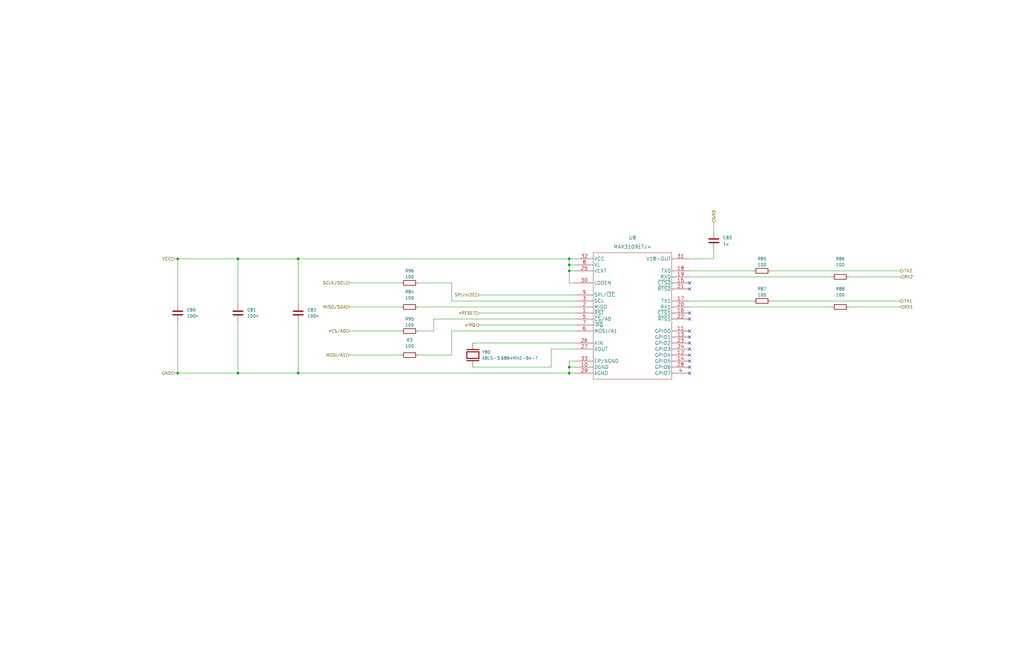
<source format=kicad_sch>
(kicad_sch (version 20230121) (generator eeschema)
  (paper "USLedger")
  (title_block (title "PCO2 Sensor Board") (rev "201") (company "Engineering") (comment 2 "Matt Casari") (comment 4 "DRAFT"))
  (lib_symbols
    (symbol "Device:C" (pin_numbers hide) (pin_names (offset 0.254))
      (property "Reference" "C" (at 0.635 2.54 0))
      (property "Value" "C" (at 0.635 -2.54 0))
      (symbol "C_0_1"
        (polyline (pts (xy -2.032 -0.762) (xy 2.032 -0.762)) (stroke (width 0.508)))
        (polyline (pts (xy -2.032 0.762) (xy 2.032 0.762)) (stroke (width 0.508)))
      )
      (symbol "C_1_1"
        (pin passive line (at 0 3.81 270) (length 2.794) (name "~") (number "1"))
        (pin passive line (at 0 -3.81 90) (length 2.794) (name "~") (number "2"))
      )
    )
    (symbol "Device:R" (pin_numbers hide) (pin_names (offset 0))
      (property "Reference" "R" (at 2.032 0 90))
      (property "Value" "R" (at 0 0 90))
      (symbol "R_0_1"
        (rectangle (start -1.016 -2.54) (end 1.016 2.54) (stroke (width 0.254)))
      )
      (symbol "R_1_1"
        (pin passive line (at 0 3.81 270) (length 1.27) (name "~") (number "1"))
        (pin passive line (at 0 -3.81 90) (length 1.27) (name "~") (number "2"))
      )
    )
    (symbol "pco2-sensor-board:ABLS-3.6864MHZ-B4-T" (pin_numbers hide) (pin_names (offset 1.016) hide)
      (property "Reference" "Y" (at -5.08 3.81 0))
      (property "Value" "ABLS-3.6864MHZ-B4-T" (at -5.1054 -5.1054 0))
      (symbol "ABLS-3.6864MHZ-B4-T_0_0"
        (polyline (pts (xy -2.3368 2.54) (xy -2.3368 -2.54)) (stroke (width 0.4064)))
        (polyline (pts (xy -1.397 2.54) (xy -1.397 -2.54)) (stroke (width 0.4064)))
        (polyline (pts (xy -1.397 2.54) (xy 1.397 2.54)) (stroke (width 0.4064)))
        (polyline (pts (xy 1.397 -2.54) (xy -1.397 -2.54)) (stroke (width 0.4064)))
        (polyline (pts (xy 1.397 2.54) (xy 1.397 -2.54)) (stroke (width 0.4064)))
        (polyline (pts (xy 2.3368 2.54) (xy 2.3368 -2.54)) (stroke (width 0.4064)))
        (pin passive line (at -5.08 0 0) (length 2.54) (name "~") (number "1"))
        (pin passive line (at 5.08 0 180) (length 2.54) (name "~") (number "2"))
      )
    )
    (symbol "pco2-sensor-board:MAX3109ETJ+" (pin_names (offset 0.254))
      (property "Reference" "U" (at 0 30.48 0))
      (property "Value" "MAX3109ETJ+" (at 0 27.94 0))
      (symbol "MAX3109ETJ+_1_1"
        (polyline (pts (xy -17.78 -27.94) (xy 15.24 -27.94)) (stroke (width 0.127)))
        (polyline (pts (xy -17.78 25.4) (xy -17.78 -27.94)) (stroke (width 0.127)))
        (polyline (pts (xy 15.24 -27.94) (xy 15.24 25.4)) (stroke (width 0.127)))
        (polyline (pts (xy 15.24 25.4) (xy -17.78 25.4)) (stroke (width 0.127)))
        (pin input line (at -25.4 0 0) (length 7.62) (name "~{RST}") (number "1"))
        (pin power_in line (at -25.4 -22.86 0) (length 7.62) (name "DGND") (number "10"))
        (pin bidirectional line (at 22.86 -7.62 180) (length 7.62) (name "GPIO0") (number "11"))
        (pin bidirectional line (at 22.86 -17.78 180) (length 7.62) (name "GPIO4") (number "12"))
        (pin bidirectional line (at 22.86 -10.16 180) (length 7.62) (name "GPIO1") (number "13"))
        (pin bidirectional line (at 22.86 -20.32 180) (length 7.62) (name "GPIO5") (number "14"))
        (pin input line (at 22.86 12.7 180) (length 7.62) (name "~{CTS0}") (number "15"))
        (pin input line (at 22.86 0 180) (length 7.62) (name "~{CTS1}") (number "16"))
        (pin output line (at 22.86 5.08 180) (length 7.62) (name "TX1") (number "17"))
        (pin output line (at 22.86 17.78 180) (length 7.62) (name "TX0") (number "18"))
        (pin input line (at 22.86 15.24 180) (length 7.62) (name "RX0") (number "19"))
        (pin output line (at -25.4 2.54 0) (length 7.62) (name "MISO") (number "2"))
        (pin input line (at 22.86 2.54 180) (length 7.62) (name "RX1") (number "20"))
        (pin output line (at 22.86 10.16 180) (length 7.62) (name "~{RTS0}") (number "21"))
        (pin output line (at 22.86 -2.54 180) (length 7.62) (name "~{RTS1}") (number "22"))
        (pin bidirectional line (at 22.86 -12.7 180) (length 7.62) (name "GPIO2") (number "23"))
        (pin bidirectional line (at 22.86 -15.24 180) (length 7.62) (name "GPIO3") (number "24"))
        (pin power_in line (at -25.4 17.78 0) (length 7.62) (name "VEXT") (number "25"))
        (pin input line (at -25.4 -12.7 0) (length 7.62) (name "XIN") (number "26"))
        (pin output line (at -25.4 -15.24 0) (length 7.62) (name "XOUT") (number "27"))
        (pin bidirectional line (at 22.86 -22.86 180) (length 7.62) (name "GPIO6") (number "28"))
        (pin power_in line (at -25.4 -25.4 0) (length 7.62) (name "AGND") (number "29"))
        (pin input line (at -25.4 5.08 0) (length 7.62) (name "SCLK") (number "3") (alternate "SCL" input line))
        (pin input line (at -25.4 12.7 0) (length 7.62) (name "LDOEN") (number "30"))
        (pin power_in line (at 22.86 22.86 180) (length 7.62) (name "V18") (number "31") (alternate "V18-OUT" power_out line))
        (pin power_in line (at -25.4 22.86 0) (length 7.62) (name "VCC") (number "32"))
        (pin power_in line (at -25.4 -20.32 0) (length 7.62) (name "EP/AGND") (number "33"))
        (pin bidirectional line (at 22.86 -25.4 180) (length 7.62) (name "GPIO7") (number "4"))
        (pin input line (at -25.4 -2.54 0) (length 7.62) (name "~{CS}/A0") (number "5"))
        (pin input line (at -25.4 -7.62 0) (length 7.62) (name "MOSI/A1") (number "6"))
        (pin open_collector line (at -25.4 -5.08 0) (length 7.62) (name "~{IRQ}") (number "7"))
        (pin power_in line (at -25.4 20.32 0) (length 7.62) (name "VL") (number "8"))
        (pin input line (at -25.4 7.62 0) (length 7.62) (name "SPI/~{I2C}") (number "9"))
      )
    )
  )
  (junction (at 240.03 114.3))
  (junction (at 240.03 157.48))
  (junction (at 100.33 109.22))
  (junction (at 74.93 109.22))
  (junction (at 240.03 154.94))
  (junction (at 125.73 109.22))
  (junction (at 74.93 157.48))
  (junction (at 240.03 109.22))
  (junction (at 125.73 157.48))
  (junction (at 100.33 157.48))
  (junction (at 240.03 111.76))
  (no_connect (at 290.83 134.62))
  (no_connect (at 290.83 152.4))
  (no_connect (at 290.83 149.86))
  (no_connect (at 290.83 132.08))
  (no_connect (at 290.83 147.32))
  (no_connect (at 290.83 119.38))
  (no_connect (at 290.83 139.7))
  (no_connect (at 290.83 154.94))
  (no_connect (at 290.83 157.48))
  (no_connect (at 290.83 121.92))
  (no_connect (at 290.83 142.24))
  (no_connect (at 290.83 144.78))
  (wire (pts (xy 182.88 134.62) (xy 242.57 134.62)))
  (wire (pts (xy 325.12 114.3) (xy 379.73 114.3)))
  (wire (pts (xy 240.03 111.76) (xy 242.57 111.76)))
  (wire (pts (xy 290.83 114.3) (xy 317.5 114.3)))
  (wire (pts (xy 290.83 127) (xy 317.5 127)))
  (wire (pts (xy 100.33 157.48) (xy 125.73 157.48)))
  (wire (pts (xy 74.93 128.27) (xy 74.93 109.22)))
  (wire (pts (xy 176.53 139.7) (xy 182.88 139.7)))
  (wire (pts (xy 147.32 119.38) (xy 168.91 119.38)))
  (wire (pts (xy 300.99 93.98) (xy 300.99 97.79)))
  (wire (pts (xy 240.03 109.22) (xy 242.57 109.22)))
  (wire (pts (xy 190.5 139.7) (xy 242.57 139.7)))
  (wire (pts (xy 240.03 152.4) (xy 240.03 154.94)))
  (wire (pts (xy 190.5 127) (xy 242.57 127)))
  (wire (pts (xy 100.33 135.89) (xy 100.33 157.48)))
  (wire (pts (xy 201.93 137.16) (xy 242.57 137.16)))
  (wire (pts (xy 176.53 149.86) (xy 190.5 149.86)))
  (wire (pts (xy 176.53 119.38) (xy 190.5 119.38)))
  (wire (pts (xy 290.83 129.54) (xy 350.52 129.54)))
  (wire (pts (xy 147.32 129.54) (xy 168.91 129.54)))
  (wire (pts (xy 232.41 147.32) (xy 242.57 147.32)))
  (wire (pts (xy 201.93 132.08) (xy 242.57 132.08)))
  (wire (pts (xy 74.93 109.22) (xy 100.33 109.22)))
  (wire (pts (xy 242.57 152.4) (xy 240.03 152.4)))
  (wire (pts (xy 190.5 119.38) (xy 190.5 127)))
  (wire (pts (xy 242.57 154.94) (xy 240.03 154.94)))
  (wire (pts (xy 73.66 109.22) (xy 74.93 109.22)))
  (wire (pts (xy 358.14 116.84) (xy 379.73 116.84)))
  (wire (pts (xy 100.33 109.22) (xy 125.73 109.22)))
  (wire (pts (xy 147.32 149.86) (xy 168.91 149.86)))
  (wire (pts (xy 240.03 157.48) (xy 242.57 157.48)))
  (wire (pts (xy 199.39 144.78) (xy 242.57 144.78)))
  (wire (pts (xy 358.14 129.54) (xy 379.73 129.54)))
  (wire (pts (xy 74.93 157.48) (xy 100.33 157.48)))
  (wire (pts (xy 125.73 135.89) (xy 125.73 157.48)))
  (wire (pts (xy 290.83 116.84) (xy 350.52 116.84)))
  (wire (pts (xy 125.73 109.22) (xy 240.03 109.22)))
  (wire (pts (xy 240.03 119.38) (xy 240.03 114.3)))
  (wire (pts (xy 199.39 154.94) (xy 232.41 154.94)))
  (wire (pts (xy 74.93 135.89) (xy 74.93 157.48)))
  (wire (pts (xy 73.66 157.48) (xy 74.93 157.48)))
  (wire (pts (xy 176.53 129.54) (xy 242.57 129.54)))
  (wire (pts (xy 147.32 139.7) (xy 168.91 139.7)))
  (wire (pts (xy 125.73 109.22) (xy 125.73 128.27)))
  (wire (pts (xy 240.03 109.22) (xy 240.03 111.76)))
  (wire (pts (xy 240.03 111.76) (xy 240.03 114.3)))
  (wire (pts (xy 240.03 154.94) (xy 240.03 157.48)))
  (wire (pts (xy 300.99 109.22) (xy 300.99 105.41)))
  (wire (pts (xy 325.12 127) (xy 379.73 127)))
  (wire (pts (xy 190.5 149.86) (xy 190.5 139.7)))
  (wire (pts (xy 201.93 124.46) (xy 242.57 124.46)))
  (wire (pts (xy 240.03 114.3) (xy 242.57 114.3)))
  (wire (pts (xy 232.41 154.94) (xy 232.41 147.32)))
  (wire (pts (xy 125.73 157.48) (xy 240.03 157.48)))
  (wire (pts (xy 290.83 109.22) (xy 300.99 109.22)))
  (wire (pts (xy 100.33 109.22) (xy 100.33 128.27)))
  (wire (pts (xy 182.88 139.7) (xy 182.88 134.62)))
  (wire (pts (xy 242.57 119.38) (xy 240.03 119.38)))
  (hierarchical_label "VCC" (shape input) (at 73.66 109.22 180))
  (hierarchical_label "nCS{slash}A0" (shape input) (at 147.32 139.7 180))
  (hierarchical_label "GND" (shape input) (at 73.66 157.48 180))
  (hierarchical_label "nRESET" (shape input) (at 201.93 132.08 180))
  (hierarchical_label "TX2" (shape output) (at 379.73 114.3 0))
  (hierarchical_label "TX1" (shape output) (at 379.73 127 0))
  (hierarchical_label "MISO{slash}SDA" (shape input) (at 147.32 129.54 180))
  (hierarchical_label "GND" (shape input) (at 300.99 93.98 90))
  (hierarchical_label "nIRQ" (shape output) (at 201.93 137.16 180))
  (hierarchical_label "SPI{slash}nI2C" (shape input) (at 201.93 124.46 180))
  (hierarchical_label "MOSI{slash}A1" (shape input) (at 147.32 149.86 180))
  (hierarchical_label "RX2" (shape input) (at 379.73 116.84 0))
  (hierarchical_label "RX1" (shape input) (at 379.73 129.54 0))
  (hierarchical_label "SCLK{slash}SCL" (shape input) (at 147.32 119.38 180))
  (symbol (lib_id "Device:C") (at 300.99 101.6 0) (unit 1)
    (property "Reference" "C83" (at 304.8 100.3299 0) (effects (justify left)))
    (property "Value" "1u" (at 304.8 102.8699 0) (effects (justify left)))
    (property "Footprint" "Capacitor_SMD:C_0805_2012Metric" (effects hide))
    (property "MPN" "C0805C105J3RACTU" (effects hide))
  )
  (symbol (lib_id "pco2-sensor-board:ABLS-3.6864MHZ-B4-T") (at 199.39 149.86 270) (unit 1)
    (property "Reference" "Y80" (at 203.2 148.5899 90) (effects (justify left)))
    (property "Value" "ABLS-3.6864MHZ-B4-T" (at 203.2 151.1299 90) (effects (justify left)))
    (property "Footprint" "pco2-sensor-board:ABLS-3.6864MHZ-B4-T" (effects hide))
    (property "MPN" "ABLS-3.6864MHZ-B4-T" (effects hide))
  )
  (symbol (lib_id "Device:C") (at 74.93 132.08 0) (unit 1)
    (property "Reference" "C80" (at 78.74 130.8099 0) (effects (justify left)))
    (property "Value" "100n" (at 78.74 133.3499 0) (effects (justify left)))
    (property "Footprint" "Capacitor_SMD:C_0805_2012Metric" (effects hide))
    (property "MPN" "C0805R104J5RACTU" (effects hide))
  )
  (symbol (lib_id "pco2-sensor-board:MAX3109ETJ+") (at 267.97 132.08 0) (unit 1)
    (property "Reference" "U8" (at 266.7 100.33 0) (effects (font (size 1.524 1.524))))
    (property "Value" "MAX3109ETJ+" (at 266.7 104.14 0) (effects (font (size 1.524 1.524))))
    (property "Footprint" "pco2-sensor-board:MAX3109ETJ+" (effects hide))
    (property "MPN" "MAX3109ETJ+" (effects hide))
    (pin "3" (alternate "SCL"))
    (pin "31" (alternate "V18-OUT"))
  )
  (symbol (lib_id "Device:R") (at 172.72 129.54 90) (unit 1)
    (property "Reference" "R84" (at 172.72 123.19 90))
    (property "Value" "100" (at 172.72 125.73 90))
    (property "Footprint" "Resistor_SMD:R_0805_2012Metric" (effects hide))
    (property "MPN" "CRCW0805100RFKEAC" (effects hide))
  )
  (symbol (lib_id "Device:R") (at 172.72 119.38 90) (unit 1)
    (property "Reference" "R96" (at 172.72 114.3 90))
    (property "Value" "100" (at 172.72 116.84 90))
    (property "Footprint" "Resistor_SMD:R_0805_2012Metric" (effects hide))
    (property "MPN" "CRCW0805100RFKEAC" (effects hide))
  )
  (symbol (lib_id "Device:R") (at 321.31 114.3 90) (unit 1)
    (property "Reference" "R85" (at 321.31 109.22 90))
    (property "Value" "100" (at 321.31 111.76 90))
    (property "Footprint" "Resistor_SMD:R_0805_2012Metric" (effects hide))
    (property "MPN" "CRCW0805100RFKEAC" (effects hide))
  )
  (symbol (lib_id "Device:R") (at 354.33 116.84 270) (unit 1)
    (property "Reference" "R86" (at 354.33 109.22 90))
    (property "Value" "100" (at 354.33 111.76 90))
    (property "Footprint" "Resistor_SMD:R_0805_2012Metric" (effects hide))
    (property "MPN" "CRCW0805100RFKEAC" (effects hide))
  )
  (symbol (lib_id "Device:R") (at 172.72 139.7 90) (unit 1)
    (property "Reference" "R95" (at 172.72 134.62 90))
    (property "Value" "100" (at 172.72 137.16 90))
    (property "Footprint" "Resistor_SMD:R_0805_2012Metric" (effects hide))
    (property "MPN" "CRCW0805100RFKEAC" (effects hide))
  )
  (symbol (lib_id "Device:R") (at 172.72 149.86 90) (unit 1)
    (property "Reference" "R3" (at 172.72 143.51 90))
    (property "Value" "100" (at 172.72 146.05 90))
    (property "Footprint" "Resistor_SMD:R_0805_2012Metric" (effects hide))
    (property "MPN" "CRCW0805100RFKEAC" (effects hide))
  )
  (symbol (lib_id "Device:C") (at 100.33 132.08 0) (unit 1)
    (property "Reference" "C81" (at 104.14 130.8099 0) (effects (justify left)))
    (property "Value" "100n" (at 104.14 133.3499 0) (effects (justify left)))
    (property "Footprint" "Capacitor_SMD:C_0805_2012Metric" (effects hide))
    (property "MPN" "C0805R104J5RACTU" (effects hide))
  )
  (symbol (lib_id "Device:C") (at 125.73 132.08 0) (unit 1)
    (property "Reference" "C82" (at 129.54 130.8099 0) (effects (justify left)))
    (property "Value" "100n" (at 129.54 133.3499 0) (effects (justify left)))
    (property "Footprint" "Capacitor_SMD:C_0805_2012Metric" (effects hide))
    (property "MPN" "C0805R104J5RACTU" (effects hide))
  )
  (symbol (lib_id "Device:R") (at 354.33 129.54 270) (unit 1)
    (property "Reference" "R88" (at 354.33 121.92 90))
    (property "Value" "100" (at 354.33 124.46 90))
    (property "Footprint" "Resistor_SMD:R_0805_2012Metric" (effects hide))
    (property "MPN" "CRCW0805100RFKEAC" (effects hide))
  )
  (symbol (lib_id "Device:R") (at 321.31 127 90) (unit 1)
    (property "Reference" "R87" (at 321.31 121.92 90))
    (property "Value" "100" (at 321.31 124.46 90))
    (property "Footprint" "Resistor_SMD:R_0805_2012Metric" (effects hide))
    (property "MPN" "CRCW0805100RFKEAC" (effects hide))
  )
)
</source>
